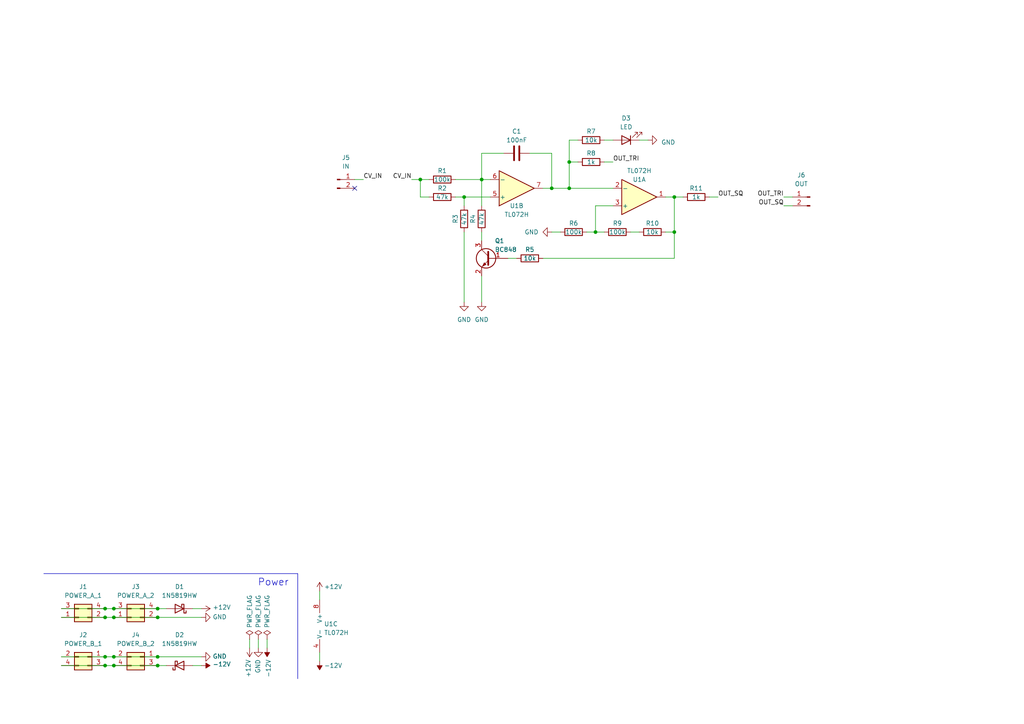
<source format=kicad_sch>
(kicad_sch (version 20230121) (generator eeschema)
  (paper "A4")
  (lib_symbols
    (symbol "Amplifier_Operational:TL072" (pin_names (offset 0.127))
      (property "Reference" "U" (at 0 5.08 0))
      (property "Value" "TL072" (at 0 -5.08 0))
      (symbol "TL072_1_1"
        (polyline (pts (xy -5.08 5.08) (xy 5.08 0) (xy -5.08 -5.08) (xy -5.08 5.08)) (stroke (width 0.254)) (fill (type background)))
        (pin output line (at 7.62 0 180) (length 2.54) (name "~") (number "1"))
        (pin input line (at -7.62 -2.54 0) (length 2.54) (name "-") (number "2"))
        (pin input line (at -7.62 2.54 0) (length 2.54) (name "+") (number "3"))
      )
      (symbol "TL072_2_1"
        (polyline (pts (xy -5.08 5.08) (xy 5.08 0) (xy -5.08 -5.08) (xy -5.08 5.08)) (stroke (width 0.254)) (fill (type background)))
        (pin input line (at -7.62 2.54 0) (length 2.54) (name "+") (number "5"))
        (pin input line (at -7.62 -2.54 0) (length 2.54) (name "-") (number "6"))
        (pin output line (at 7.62 0 180) (length 2.54) (name "~") (number "7"))
      )
      (symbol "TL072_3_1"
        (pin power_in line (at -2.54 -7.62 90) (length 3.81) (name "V-") (number "4"))
        (pin power_in line (at -2.54 7.62 270) (length 3.81) (name "V+") (number "8"))
      )
    )
    (symbol "Connector:Conn_01x02_Pin" (pin_names (offset 1.016) hide)
      (property "Reference" "J" (at 0 2.54 0))
      (property "Value" "Conn_01x02_Pin" (at 0 -5.08 0))
      (symbol "Conn_01x02_Pin_1_1"
        (polyline (pts (xy 1.27 -2.54) (xy 0.8636 -2.54)) (stroke (width 0.1524)))
        (polyline (pts (xy 1.27 0) (xy 0.8636 0)) (stroke (width 0.1524)))
        (rectangle (start 0.8636 -2.413) (end 0 -2.667) (stroke (width 0.1524)) (fill (type outline)))
        (rectangle (start 0.8636 0.127) (end 0 -0.127) (stroke (width 0.1524)) (fill (type outline)))
        (pin passive line (at 5.08 0 180) (length 3.81) (name "Pin_1") (number "1"))
        (pin passive line (at 5.08 -2.54 180) (length 3.81) (name "Pin_2") (number "2"))
      )
    )
    (symbol "Connector_Generic:Conn_02x02_Odd_Even" (pin_names (offset 1.016) hide)
      (property "Reference" "J" (at 1.27 2.54 0))
      (property "Value" "Conn_02x02_Odd_Even" (at 1.27 -5.08 0))
      (symbol "Conn_02x02_Odd_Even_1_1"
        (rectangle (start -1.27 -2.413) (end 0 -2.667) (stroke (width 0.1524)))
        (rectangle (start -1.27 0.127) (end 0 -0.127) (stroke (width 0.1524)))
        (rectangle (start -1.27 1.27) (end 3.81 -3.81) (stroke (width 0.254)) (fill (type background)))
        (rectangle (start 3.81 -2.413) (end 2.54 -2.667) (stroke (width 0.1524)))
        (rectangle (start 3.81 0.127) (end 2.54 -0.127) (stroke (width 0.1524)))
        (pin passive line (at -5.08 0 0) (length 3.81) (name "Pin_1") (number "1"))
        (pin passive line (at 7.62 0 180) (length 3.81) (name "Pin_2") (number "2"))
        (pin passive line (at -5.08 -2.54 0) (length 3.81) (name "Pin_3") (number "3"))
        (pin passive line (at 7.62 -2.54 180) (length 3.81) (name "Pin_4") (number "4"))
      )
    )
    (symbol "Device:C" (pin_numbers hide) (pin_names (offset 0.254))
      (property "Reference" "C" (at 0.635 2.54 0))
      (property "Value" "C" (at 0.635 -2.54 0))
      (symbol "C_0_1"
        (polyline (pts (xy -2.032 -0.762) (xy 2.032 -0.762)) (stroke (width 0.508)))
        (polyline (pts (xy -2.032 0.762) (xy 2.032 0.762)) (stroke (width 0.508)))
      )
      (symbol "C_1_1"
        (pin passive line (at 0 3.81 270) (length 2.794) (name "~") (number "1"))
        (pin passive line (at 0 -3.81 90) (length 2.794) (name "~") (number "2"))
      )
    )
    (symbol "Device:D_Schottky" (pin_numbers hide) (pin_names (offset 1.016) hide)
      (property "Reference" "D" (at 0 2.54 0))
      (property "Value" "D_Schottky" (at 0 -2.54 0))
      (symbol "D_Schottky_0_1"
        (polyline (pts (xy 1.27 0) (xy -1.27 0)))
        (polyline (pts (xy 1.27 1.27) (xy 1.27 -1.27) (xy -1.27 0) (xy 1.27 1.27)) (stroke (width 0.254)))
        (polyline (pts (xy -1.905 0.635) (xy -1.905 1.27) (xy -1.27 1.27) (xy -1.27 -1.27) (xy -0.635 -1.27) (xy -0.635 -0.635)) (stroke (width 0.254)))
      )
      (symbol "D_Schottky_1_1"
        (pin passive line (at -3.81 0 0) (length 2.54) (name "K") (number "1"))
        (pin passive line (at 3.81 0 180) (length 2.54) (name "A") (number "2"))
      )
    )
    (symbol "Device:LED" (pin_numbers hide) (pin_names (offset 1.016) hide)
      (property "Reference" "D" (at 0 2.54 0))
      (property "Value" "LED" (at 0 -2.54 0))
      (symbol "LED_0_1"
        (polyline (pts (xy -1.27 -1.27) (xy -1.27 1.27)) (stroke (width 0.254)))
        (polyline (pts (xy -1.27 0) (xy 1.27 0)))
        (polyline (pts (xy 1.27 -1.27) (xy 1.27 1.27) (xy -1.27 0) (xy 1.27 -1.27)) (stroke (width 0.254)))
        (polyline (pts (xy -3.048 -0.762) (xy -4.572 -2.286) (xy -3.81 -2.286) (xy -4.572 -2.286) (xy -4.572 -1.524)))
        (polyline (pts (xy -1.778 -0.762) (xy -3.302 -2.286) (xy -2.54 -2.286) (xy -3.302 -2.286) (xy -3.302 -1.524)))
      )
      (symbol "LED_1_1"
        (pin passive line (at -3.81 0 0) (length 2.54) (name "K") (number "1"))
        (pin passive line (at 3.81 0 180) (length 2.54) (name "A") (number "2"))
      )
    )
    (symbol "Device:R" (pin_numbers hide) (pin_names (offset 0))
      (property "Reference" "R" (at 2.032 0 90))
      (property "Value" "R" (at 0 0 90))
      (symbol "R_0_1"
        (rectangle (start -1.016 -2.54) (end 1.016 2.54) (stroke (width 0.254)))
      )
      (symbol "R_1_1"
        (pin passive line (at 0 3.81 270) (length 1.27) (name "~") (number "1"))
        (pin passive line (at 0 -3.81 90) (length 1.27) (name "~") (number "2"))
      )
    )
    (symbol "Transistor_BJT:BC848" (pin_names (offset 0) hide)
      (property "Reference" "Q" (at 5.08 1.905 0))
      (property "Value" "BC848" (at 5.08 0 0))
      (symbol "BC848_0_1"
        (polyline (pts (xy 0.635 0.635) (xy 2.54 2.54)))
        (polyline (pts (xy 0.635 -0.635) (xy 2.54 -2.54) (xy 2.54 -2.54)))
        (polyline (pts (xy 0.635 1.905) (xy 0.635 -1.905) (xy 0.635 -1.905)) (stroke (width 0.508)))
        (polyline (pts (xy 1.27 -1.778) (xy 1.778 -1.27) (xy 2.286 -2.286) (xy 1.27 -1.778) (xy 1.27 -1.778)) (fill (type outline)))
        (circle (center 1.27 0) (radius 2.8194) (stroke (width 0.254)))
      )
      (symbol "BC848_1_1"
        (pin input line (at -5.08 0 0) (length 5.715) (name "B") (number "1"))
        (pin passive line (at 2.54 -5.08 90) (length 2.54) (name "E") (number "2"))
        (pin passive line (at 2.54 5.08 270) (length 2.54) (name "C") (number "3"))
      )
    )
    (symbol "power:+12V" (power) (pin_names (offset 0))
      (property "Value" "+12V" (at 0 3.556 0))
      (symbol "+12V_0_1"
        (polyline (pts (xy -0.762 1.27) (xy 0 2.54)))
        (polyline (pts (xy 0 0) (xy 0 2.54)))
        (polyline (pts (xy 0 2.54) (xy 0.762 1.27)))
      )
      (symbol "+12V_1_1"
        (pin power_in line (at 0 0 90) (length 0) hide (name "+12V") (number "1"))
      )
    )
    (symbol "power:-12V" (power) (pin_names (offset 0))
      (property "Value" "-12V" (at 0 3.81 0))
      (symbol "-12V_0_0"
        (pin power_in line (at 0 0 90) (length 0) hide (name "-12V") (number "1"))
      )
      (symbol "-12V_0_1"
        (polyline (pts (xy 0 0) (xy 0 1.27) (xy 0.762 1.27) (xy 0 2.54) (xy -0.762 1.27) (xy 0 1.27)) (fill (type outline)))
      )
    )
    (symbol "power:GND" (power) (pin_names (offset 0))
      (property "Value" "GND" (at 0 -3.81 0))
      (symbol "GND_0_1"
        (polyline (pts (xy 0 0) (xy 0 -1.27) (xy 1.27 -1.27) (xy 0 -2.54) (xy -1.27 -1.27) (xy 0 -1.27)))
      )
      (symbol "GND_1_1"
        (pin power_in line (at 0 0 270) (length 0) hide (name "GND") (number "1"))
      )
    )
    (symbol "power:PWR_FLAG" (power) (pin_numbers hide) (pin_names (offset 0) hide)
      (property "Value" "PWR_FLAG" (at 0 3.81 0))
      (symbol "PWR_FLAG_0_0"
        (pin power_out line (at 0 0 90) (length 0) (name "pwr") (number "1"))
      )
      (symbol "PWR_FLAG_0_1"
        (polyline (pts (xy 0 0) (xy 0 1.27) (xy -1.016 1.905) (xy 0 2.54) (xy 1.016 1.905) (xy 0 1.27)))
      )
    )
  )
  (junction (at 30.48 179.07))
  (junction (at 30.48 193.04))
  (junction (at 45.72 179.07))
  (junction (at 30.48 190.5))
  (junction (at 134.62 57.15))
  (junction (at 33.02 193.04))
  (junction (at 165.1 54.61))
  (junction (at 45.72 190.5))
  (junction (at 121.92 52.07))
  (junction (at 139.7 52.07))
  (junction (at 195.58 57.15))
  (junction (at 33.02 190.5))
  (junction (at 195.58 67.31))
  (junction (at 160.02 54.61))
  (junction (at 30.48 176.53))
  (junction (at 33.02 179.07))
  (junction (at 165.1 46.99))
  (junction (at 45.72 176.53))
  (junction (at 45.72 193.04))
  (junction (at 33.02 176.53))
  (junction (at 172.72 67.31))
  (no_connect (at 102.87 54.61))
  (wire (pts (xy 33.02 193.04) (xy 45.72 193.04)))
  (wire (pts (xy 153.67 44.45) (xy 160.02 44.45)))
  (wire (pts (xy 205.74 57.15) (xy 208.28 57.15)))
  (wire (pts (xy 157.48 54.61) (xy 160.02 54.61)))
  (wire (pts (xy 175.26 46.99) (xy 177.8 46.99)))
  (wire (pts (xy 45.72 190.5) (xy 58.42 190.5)))
  (wire (pts (xy 119.38 52.07) (xy 121.92 52.07)))
  (wire (pts (xy 72.39 187.96) (xy 72.39 185.42)))
  (wire (pts (xy 55.88 176.53) (xy 58.42 176.53)))
  (wire (pts (xy 45.72 176.53) (xy 48.26 176.53)))
  (wire (pts (xy 30.48 179.07) (xy 33.02 179.07)))
  (wire (pts (xy 227.33 59.69) (xy 229.87 59.69)))
  (wire (pts (xy 160.02 54.61) (xy 165.1 54.61)))
  (wire (pts (xy 227.33 57.15) (xy 229.87 57.15)))
  (wire (pts (xy 33.02 176.53) (xy 45.72 176.53)))
  (wire (pts (xy 175.26 40.64) (xy 177.8 40.64)))
  (wire (pts (xy 30.48 190.5) (xy 33.02 190.5)))
  (wire (pts (xy 177.8 59.69) (xy 172.72 59.69)))
  (wire (pts (xy 17.78 176.53) (xy 30.48 176.53)))
  (wire (pts (xy 165.1 54.61) (xy 177.8 54.61)))
  (wire (pts (xy 139.7 80.01) (xy 139.7 87.63)))
  (wire (pts (xy 139.7 67.31) (xy 139.7 69.85)))
  (wire (pts (xy 77.47 187.96) (xy 77.47 185.42)))
  (wire (pts (xy 195.58 57.15) (xy 195.58 67.31)))
  (wire (pts (xy 139.7 52.07) (xy 142.24 52.07)))
  (wire (pts (xy 165.1 46.99) (xy 165.1 40.64)))
  (wire (pts (xy 132.08 52.07) (xy 139.7 52.07)))
  (wire (pts (xy 193.04 57.15) (xy 195.58 57.15)))
  (wire (pts (xy 193.04 67.31) (xy 195.58 67.31)))
  (wire (pts (xy 124.46 57.15) (xy 121.92 57.15)))
  (wire (pts (xy 17.78 190.5) (xy 30.48 190.5)))
  (wire (pts (xy 165.1 54.61) (xy 165.1 46.99)))
  (wire (pts (xy 134.62 57.15) (xy 142.24 57.15)))
  (wire (pts (xy 139.7 44.45) (xy 139.7 52.07)))
  (wire (pts (xy 132.08 57.15) (xy 134.62 57.15)))
  (wire (pts (xy 45.72 193.04) (xy 48.26 193.04)))
  (wire (pts (xy 182.88 67.31) (xy 185.42 67.31)))
  (wire (pts (xy 170.18 67.31) (xy 172.72 67.31)))
  (polyline (pts (xy 86.36 196.85) (xy 86.36 166.37)))
  (wire (pts (xy 195.58 57.15) (xy 198.12 57.15)))
  (wire (pts (xy 172.72 59.69) (xy 172.72 67.31)))
  (wire (pts (xy 30.48 193.04) (xy 33.02 193.04)))
  (wire (pts (xy 134.62 67.31) (xy 134.62 87.63)))
  (wire (pts (xy 139.7 44.45) (xy 146.05 44.45)))
  (wire (pts (xy 92.71 171.45) (xy 92.71 173.99)))
  (wire (pts (xy 165.1 40.64) (xy 167.64 40.64)))
  (wire (pts (xy 33.02 179.07) (xy 45.72 179.07)))
  (wire (pts (xy 175.26 67.31) (xy 172.72 67.31)))
  (wire (pts (xy 17.78 193.04) (xy 30.48 193.04)))
  (wire (pts (xy 45.72 179.07) (xy 58.42 179.07)))
  (wire (pts (xy 121.92 52.07) (xy 124.46 52.07)))
  (wire (pts (xy 165.1 46.99) (xy 167.64 46.99)))
  (wire (pts (xy 160.02 44.45) (xy 160.02 54.61)))
  (wire (pts (xy 195.58 67.31) (xy 195.58 74.93)))
  (wire (pts (xy 157.48 74.93) (xy 195.58 74.93)))
  (wire (pts (xy 102.87 52.07) (xy 105.41 52.07)))
  (wire (pts (xy 55.88 193.04) (xy 58.42 193.04)))
  (polyline (pts (xy 86.36 166.37) (xy 12.7 166.37)))
  (wire (pts (xy 160.02 67.31) (xy 162.56 67.31)))
  (wire (pts (xy 74.93 187.96) (xy 74.93 185.42)))
  (wire (pts (xy 33.02 190.5) (xy 45.72 190.5)))
  (wire (pts (xy 134.62 57.15) (xy 134.62 59.69)))
  (wire (pts (xy 139.7 59.69) (xy 139.7 52.07)))
  (wire (pts (xy 185.42 40.64) (xy 187.96 40.64)))
  (wire (pts (xy 147.32 74.93) (xy 149.86 74.93)))
  (wire (pts (xy 30.48 176.53) (xy 33.02 176.53)))
  (wire (pts (xy 17.78 179.07) (xy 30.48 179.07)))
  (wire (pts (xy 92.71 191.77) (xy 92.71 189.23)))
  (wire (pts (xy 121.92 57.15) (xy 121.92 52.07)))
  (text "Power" (at 83.82 170.18 0) (effects (font (size 2.0066 2.0066)) (justify right bottom)))
  (label "OUT_SQ" (at 208.28 57.15 0))
  (label "CV_IN" (at 119.38 52.07 180))
  (label "OUT_SQ" (at 227.33 59.69 180))
  (label "CV_IN" (at 105.41 52.07 0))
  (label "OUT_TRI" (at 227.33 57.15 180))
  (label "OUT_TRI" (at 177.8 46.99 0))
  (symbol (lib_id "Connector_Generic:Conn_02x02_Odd_Even") (at 22.86 179.07 0) (mirror x) (unit 1)
    (property "Reference" "J1" (at 24.13 170.18 0))
    (property "Value" "POWER_A_1" (at 24.13 172.72 0))
    (property "Footprint" "Connector_PinHeader_2.54mm:PinHeader_2x02_P2.54mm_Vertical" (effects hide))
  )
  (symbol (lib_id "Connector_Generic:Conn_02x02_Odd_Even") (at 25.4 190.5 0) (mirror y) (unit 1)
    (property "Reference" "J2" (at 24.13 184.15 0))
    (property "Value" "POWER_B_1" (at 24.13 186.69 0))
    (property "Footprint" "Connector_PinHeader_2.54mm:PinHeader_2x02_P2.54mm_Vertical" (effects hide))
  )
  (symbol (lib_id "power:+12V") (at 58.42 176.53 270) (mirror x) (unit 1)
    (property "Reference" "#PWR01" (effects hide))
    (property "Value" "+12V" (at 61.6712 176.149 90) (effects (justify left)))
  )
  (symbol (lib_id "power:-12V") (at 58.42 193.04 270) (mirror x) (unit 1)
    (property "Reference" "#PWR04" (effects hide))
    (property "Value" "-12V" (at 61.6712 192.659 90) (effects (justify left)))
  )
  (symbol (lib_id "power:GND") (at 58.42 179.07 90) (unit 1)
    (property "Reference" "#PWR02" (effects hide))
    (property "Value" "GND" (at 61.6712 178.943 90) (effects (justify right)))
  )
  (symbol (lib_id "power:GND") (at 58.42 190.5 90) (unit 1)
    (property "Reference" "#PWR03" (effects hide))
    (property "Value" "GND" (at 61.6712 190.373 90) (effects (justify right)))
  )
  (symbol (lib_id "Connector_Generic:Conn_02x02_Odd_Even") (at 38.1 179.07 0) (mirror x) (unit 1)
    (property "Reference" "J3" (at 39.37 170.18 0))
    (property "Value" "POWER_A_2" (at 39.37 172.72 0))
    (property "Footprint" "Connector_PinHeader_2.54mm:PinHeader_2x02_P2.54mm_Vertical" (effects hide))
  )
  (symbol (lib_id "Connector_Generic:Conn_02x02_Odd_Even") (at 40.64 190.5 0) (mirror y) (unit 1)
    (property "Reference" "J4" (at 39.37 184.15 0))
    (property "Value" "POWER_B_2" (at 39.37 186.69 0))
    (property "Footprint" "Connector_PinHeader_2.54mm:PinHeader_2x02_P2.54mm_Vertical" (effects hide))
  )
  (symbol (lib_id "power:+12V") (at 72.39 187.96 180) (unit 1)
    (property "Reference" "#PWR05" (effects hide))
    (property "Value" "+12V" (at 72.009 191.2112 90) (effects (justify left)))
  )
  (symbol (lib_id "power:GND") (at 74.93 187.96 0) (mirror y) (unit 1)
    (property "Reference" "#PWR06" (effects hide))
    (property "Value" "GND" (at 74.803 191.2112 90) (effects (justify right)))
  )
  (symbol (lib_id "power:-12V") (at 77.47 187.96 0) (mirror x) (unit 1)
    (property "Reference" "#PWR07" (effects hide))
    (property "Value" "-12V" (at 77.851 191.2112 90) (effects (justify left)))
  )
  (symbol (lib_id "power:PWR_FLAG") (at 72.39 185.42 0) (unit 1)
    (property "Reference" "#FLG01" (effects hide))
    (property "Value" "PWR_FLAG" (at 72.39 182.1688 90) (effects (justify left)))
  )
  (symbol (lib_id "power:PWR_FLAG") (at 74.93 185.42 0) (unit 1)
    (property "Reference" "#FLG02" (effects hide))
    (property "Value" "PWR_FLAG" (at 74.93 182.1688 90) (effects (justify left)))
  )
  (symbol (lib_id "power:PWR_FLAG") (at 77.47 185.42 0) (unit 1)
    (property "Reference" "#FLG03" (effects hide))
    (property "Value" "PWR_FLAG" (at 77.47 182.1688 90) (effects (justify left)))
  )
  (symbol (lib_id "Device:D_Schottky") (at 52.07 176.53 180) (unit 1)
    (property "Reference" "D1" (at 52.07 170.18 0))
    (property "Value" "1N5819HW" (at 52.07 172.72 0))
    (property "Footprint" "Diode_SMD:D_SOD-123" (effects hide))
  )
  (symbol (lib_id "Device:R") (at 128.27 57.15 90) (unit 1)
    (property "Reference" "R2" (at 128.27 54.61 90))
    (property "Value" "47k" (at 128.27 57.15 90))
    (property "Footprint" "Resistor_SMD:R_0805_2012Metric_Pad1.20x1.40mm_HandSolder" (effects hide))
  )
  (symbol (lib_id "Amplifier_Operational:TL072") (at 95.25 181.61 0) (unit 3)
    (property "Reference" "U1" (at 93.98 180.975 0) (effects (justify left)))
    (property "Value" "TL072H" (at 93.98 183.515 0) (effects (justify left)))
    (property "Footprint" "Package_SO:SOIC-8_3.9x4.9mm_P1.27mm" (effects hide))
    (property "Datasheet" "http://www.ti.com/lit/ds/symlink/tl071.pdf" (effects hide))
  )
  (symbol (lib_id "Device:LED") (at 181.61 40.64 180) (unit 1)
    (property "Reference" "D3" (at 181.61 34.29 0))
    (property "Value" "LED" (at 181.61 36.83 0))
    (property "Footprint" "LED_SMD:LED_1206_3216Metric_Pad1.42x1.75mm_HandSolder" (effects hide))
  )
  (symbol (lib_id "Device:R") (at 139.7 63.5 180) (unit 1)
    (property "Reference" "R4" (at 137.16 63.5 90))
    (property "Value" "47k" (at 139.7 63.5 90))
    (property "Footprint" "Resistor_SMD:R_0805_2012Metric_Pad1.20x1.40mm_HandSolder" (effects hide))
  )
  (symbol (lib_id "power:GND") (at 139.7 87.63 0) (unit 1)
    (property "Reference" "#PWR011" (effects hide))
    (property "Value" "GND" (at 139.7 92.71 0))
  )
  (symbol (lib_id "Device:R") (at 189.23 67.31 90) (unit 1)
    (property "Reference" "R10" (at 189.23 64.77 90))
    (property "Value" "10k" (at 189.23 67.31 90))
    (property "Footprint" "Resistor_SMD:R_0805_2012Metric_Pad1.20x1.40mm_HandSolder" (effects hide))
  )
  (symbol (lib_id "Amplifier_Operational:TL072") (at 149.86 54.61 0) (mirror x) (unit 2)
    (property "Reference" "U1" (at 149.86 59.69 0))
    (property "Value" "TL072H" (at 149.86 62.23 0))
    (property "Footprint" "Package_SO:SOIC-8_3.9x4.9mm_P1.27mm" (effects hide))
    (property "Datasheet" "http://www.ti.com/lit/ds/symlink/tl071.pdf" (effects hide))
  )
  (symbol (lib_id "Device:R") (at 179.07 67.31 90) (unit 1)
    (property "Reference" "R9" (at 179.07 64.77 90))
    (property "Value" "100k" (at 179.07 67.31 90))
    (property "Footprint" "Resistor_SMD:R_0805_2012Metric_Pad1.20x1.40mm_HandSolder" (effects hide))
  )
  (symbol (lib_id "Device:R") (at 134.62 63.5 180) (unit 1)
    (property "Reference" "R3" (at 132.08 63.5 90))
    (property "Value" "47k" (at 134.62 63.5 90))
    (property "Footprint" "Resistor_SMD:R_0805_2012Metric_Pad1.20x1.40mm_HandSolder" (effects hide))
  )
  (symbol (lib_id "Amplifier_Operational:TL072") (at 185.42 57.15 0) (mirror x) (unit 1)
    (property "Reference" "U1" (at 185.42 52.07 0))
    (property "Value" "TL072H" (at 185.42 49.53 0))
    (property "Footprint" "Package_SO:SOIC-8_3.9x4.9mm_P1.27mm" (effects hide))
    (property "Datasheet" "http://www.ti.com/lit/ds/symlink/tl071.pdf" (effects hide))
  )
  (symbol (lib_id "power:GND") (at 134.62 87.63 0) (unit 1)
    (property "Reference" "#PWR010" (effects hide))
    (property "Value" "GND" (at 134.62 92.71 0))
  )
  (symbol (lib_id "power:-12V") (at 92.71 191.77 0) (mirror x) (unit 1)
    (property "Reference" "#PWR09" (effects hide))
    (property "Value" "-12V" (at 93.98 193.04 0) (effects (justify left)))
  )
  (symbol (lib_id "Transistor_BJT:BC848") (at 142.24 74.93 0) (mirror y) (unit 1)
    (property "Reference" "Q1" (at 143.51 69.85 0) (effects (justify right)))
    (property "Value" "BC848" (at 143.51 72.39 0) (effects (justify right)))
    (property "Footprint" "Package_TO_SOT_SMD:SOT-23_Handsoldering" (effects hide))
    (property "Datasheet" "http://www.infineon.com/dgdl/Infineon-BC847SERIES_BC848SERIES_BC849SERIES_BC850SERIES-DS-v01_01-en.pdf?fileId=db3a304314dca389011541d4630a1657" (effects hide))
  )
  (symbol (lib_id "Device:R") (at 171.45 40.64 90) (unit 1)
    (property "Reference" "R7" (at 171.45 38.1 90))
    (property "Value" "10k" (at 171.45 40.64 90))
    (property "Footprint" "Resistor_SMD:R_0805_2012Metric_Pad1.20x1.40mm_HandSolder" (effects hide))
  )
  (symbol (lib_id "Device:R") (at 128.27 52.07 90) (unit 1)
    (property "Reference" "R1" (at 128.27 49.53 90))
    (property "Value" "100k" (at 128.27 52.07 90))
    (property "Footprint" "Resistor_SMD:R_0805_2012Metric_Pad1.20x1.40mm_HandSolder" (effects hide))
  )
  (symbol (lib_id "Connector:Conn_01x02_Pin") (at 234.95 57.15 0) (mirror y) (unit 1)
    (property "Reference" "J6" (at 232.41 50.8 0))
    (property "Value" "OUT" (at 232.41 53.34 0))
    (property "Footprint" "Connector_PinHeader_2.54mm:PinHeader_1x02_P2.54mm_Vertical" (effects hide))
  )
  (symbol (lib_id "Device:R") (at 153.67 74.93 90) (unit 1)
    (property "Reference" "R5" (at 153.67 72.39 90))
    (property "Value" "10k" (at 153.67 74.93 90))
    (property "Footprint" "Resistor_SMD:R_0805_2012Metric_Pad1.20x1.40mm_HandSolder" (effects hide))
  )
  (symbol (lib_id "power:GND") (at 187.96 40.64 90) (unit 1)
    (property "Reference" "#PWR013" (effects hide))
    (property "Value" "GND" (at 191.77 41.275 90) (effects (justify right)))
  )
  (symbol (lib_id "Device:R") (at 171.45 46.99 90) (unit 1)
    (property "Reference" "R8" (at 171.45 44.45 90))
    (property "Value" "1k" (at 171.45 46.99 90))
    (property "Footprint" "Resistor_SMD:R_0805_2012Metric_Pad1.20x1.40mm_HandSolder" (effects hide))
  )
  (symbol (lib_id "Device:D_Schottky") (at 52.07 193.04 0) (mirror x) (unit 1)
    (property "Reference" "D2" (at 52.07 184.15 0))
    (property "Value" "1N5819HW" (at 52.07 186.69 0))
    (property "Footprint" "Diode_SMD:D_SOD-123" (effects hide))
  )
  (symbol (lib_id "Device:C") (at 149.86 44.45 90) (unit 1)
    (property "Reference" "C1" (at 149.86 38.1 90))
    (property "Value" "100nF" (at 149.86 40.64 90))
    (property "Footprint" "Capacitor_SMD:C_0805_2012Metric_Pad1.18x1.45mm_HandSolder" (effects hide))
  )
  (symbol (lib_id "power:+12V") (at 92.71 171.45 0) (unit 1)
    (property "Reference" "#PWR08" (effects hide))
    (property "Value" "+12V" (at 93.98 170.18 0) (effects (justify left)))
  )
  (symbol (lib_id "Device:R") (at 166.37 67.31 90) (unit 1)
    (property "Reference" "R6" (at 166.37 64.77 90))
    (property "Value" "100k" (at 166.37 67.31 90))
    (property "Footprint" "Resistor_SMD:R_0805_2012Metric_Pad1.20x1.40mm_HandSolder" (effects hide))
  )
  (symbol (lib_id "power:GND") (at 160.02 67.31 270) (unit 1)
    (property "Reference" "#PWR012" (effects hide))
    (property "Value" "GND" (at 156.21 67.31 90) (effects (justify right)))
  )
  (symbol (lib_id "Connector:Conn_01x02_Pin") (at 97.79 52.07 0) (unit 1)
    (property "Reference" "J5" (at 100.33 45.72 0))
    (property "Value" "IN" (at 100.33 48.26 0))
    (property "Footprint" "Connector_PinHeader_2.54mm:PinHeader_1x02_P2.54mm_Vertical" (effects hide))
  )
  (symbol (lib_id "Device:R") (at 201.93 57.15 90) (unit 1)
    (property "Reference" "R11" (at 201.93 54.61 90))
    (property "Value" "1k" (at 201.93 57.15 90))
    (property "Footprint" "Resistor_SMD:R_0805_2012Metric_Pad1.20x1.40mm_HandSolder" (effects hide))
  )
)
</source>
